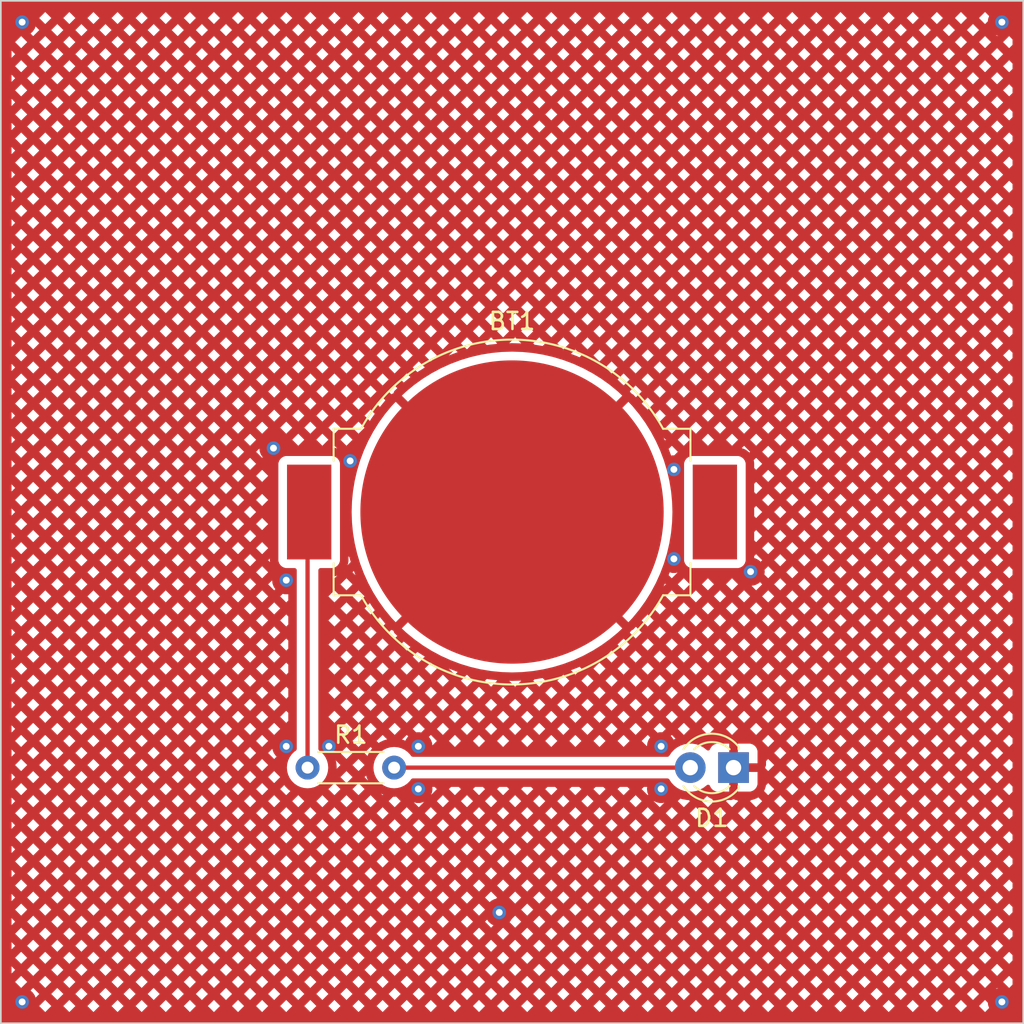
<source format=kicad_pcb>
(kicad_pcb (version 20230620) (generator pcbnew)
  (layers (0 "F.Cu" signal) (31 "B.Cu" signal) (34 "B.Paste" user) (35 "F.Paste" user) (36 "B.SilkS" user "B.Silkscreen") (37 "F.SilkS" user "F.Silkscreen") (38 "B.Mask" user) (39 "F.Mask" user) (44 "Edge.Cuts" user))
  (net 0 "")
  (net 1 "Net-(D1-Pad2)")
  (net 2 "Net-(BT1-Pad1)")
  (net 3 "GND")
  (footprint "LED_THT:LED_D3.0mm" (layer "F.Cu") (at 163 115 180)
    (property "Reference" "D1" (at 1.27 -2.96 0) (layer "F.SilkS"))
    (property "Value" "LED")
    (fp_line (start -0.29 1.08) (end -0.29 1.236) (stroke (width 0.12)) (layer "F.SilkS"))
    (fp_line (start -0.29 -1.236) (end -0.29 -1.08) (stroke (width 0.12)) (layer "F.SilkS"))
    (fp_arc (start 2.942335 1.078608) (mid 1.366487 1.987659) (end -0.29 1.235516) (stroke (width 0.12)) (layer "F.SilkS"))
    (fp_arc (start 2.31113 1.079837) (mid 1.270117 1.5) (end 0.229039 1.08) (stroke (width 0.12)) (layer "F.SilkS"))
    (fp_arc (start 0.229039 -1.08) (mid 1.270117 -1.5) (end 2.31113 -1.079837) (stroke (width 0.12)) (layer "F.SilkS"))
    (fp_arc (start -0.29 -1.235516) (mid 1.366487 -1.987659) (end 2.942335 -1.078608) (stroke (width 0.12)) (layer "F.SilkS"))
    (pad "1" thru_hole rect (at 0 0 180) (size 1.8 1.8) (drill 0.9) (layers "*.Cu" "*.Mask") (net 3 "GND"))
    (pad "2" thru_hole circle (at 2.54 0 180) (size 1.8 1.8) (drill 0.9) (layers "*.Cu" "*.Mask") (net 1 "Net-(D1-Pad2)"))
  )
  (footprint "Resistor_THT:R_Axial_DIN0204_L3.6mm_D1.6mm_P5.08mm_Horizontal" (layer "F.Cu") (at 138 115)
    (property "Reference" "R1" (at 2.54 -1.92 0) (layer "F.SilkS"))
    (property "Value" "R")
    (fp_line (start 0.62 -0.92) (end 4.46 -0.92) (stroke (width 0.12)) (layer "F.SilkS"))
    (fp_line (start 0.62 0.92) (end 4.46 0.92) (stroke (width 0.12)) (layer "F.SilkS"))
    (pad "1" thru_hole circle (at 0 0) (size 1.4 1.4) (drill 0.7) (layers "*.Cu" "*.Mask") (net 2 "Net-(BT1-Pad1)"))
    (pad "2" thru_hole oval (at 5.08 0) (size 1.4 1.4) (drill 0.7) (layers "*.Cu" "*.Mask") (net 1 "Net-(D1-Pad2)"))
  )
  (footprint "Battery:BatteryHolder_MPD_BC2003_1x2032" (layer "F.Cu") (at 150 100)
    (property "Reference" "BT1" (at 0 -11.2 0) (layer "F.SilkS"))
    (property "Value" "Battery_Cell")
    (fp_line (start -10.47 -4.885) (end -8.86291 -4.885) (stroke (width 0.12)) (layer "F.SilkS"))
    (fp_line (start -10.47 -3) (end -10.47 -4.885) (stroke (width 0.12)) (layer "F.SilkS"))
    (fp_line (start -10.47 3) (end -10.47 4.885) (stroke (width 0.12)) (layer "F.SilkS"))
    (fp_line (start -10.47 4.885) (end -8.86291 4.885) (stroke (width 0.12)) (layer "F.SilkS"))
    (fp_line (start 10.47 -4.885) (end 8.86291 -4.885) (stroke (width 0.12)) (layer "F.SilkS"))
    (fp_line (start 10.47 -3) (end 10.47 -4.885) (stroke (width 0.12)) (layer "F.SilkS"))
    (fp_line (start 10.47 3) (end 10.47 4.885) (stroke (width 0.12)) (layer "F.SilkS"))
    (fp_line (start 10.47 4.885) (end 8.86291 4.885) (stroke (width 0.12)) (layer "F.SilkS"))
    (fp_arc (start -8.86291 -4.885) (mid 0 -10.12) (end 8.86291 -4.885) (stroke (width 0.12)) (layer "F.SilkS"))
    (fp_arc (start 8.865021 4.881168) (mid 0.002187 10.12) (end -8.86291 4.885) (stroke (width 0.12)) (layer "F.SilkS"))
    (pad "1" smd rect (at -11.905 0) (size 2.6 5.56) (layers "F.Cu" "F.Paste" "F.Mask") (net 2 "Net-(BT1-Pad1)"))
    (pad "1" smd rect (at 11.905 0) (size 2.6 5.56) (layers "F.Cu" "F.Paste" "F.Mask") (net 2 "Net-(BT1-Pad1)"))
    (pad "2" smd circle (at 0 0) (size 17.8 17.8) (layers "F.Cu" "F.Mask") (net 3 "GND"))
  )
  (gr_line (start 120 70) (end 180 70) (stroke (width 0.1)) (layer "Edge.Cuts"))
  (gr_line (start 180 70) (end 180 130) (stroke (width 0.1)) (layer "Edge.Cuts"))
  (gr_line (start 180 130) (end 120 130) (stroke (width 0.1)) (layer "Edge.Cuts"))
  (gr_line (start 120 130) (end 120 70) (stroke (width 0.1)) (layer "Edge.Cuts"))
  (segment (start 160.46 115) (end 143.08 115) (width 0.25) (layer "F.Cu") (net 1))
  (segment (start 138 100.095) (end 138.095 100) (width 0.25) (layer "F.Cu") (net 2))
  (segment (start 138 115) (end 138 100.095) (width 0.25) (layer "F.Cu") (net 2))
  (via (at 159.5 97.5) (size 0.8) (drill 0.4) (layers "F.Cu" "B.Cu") (net 3))
  (via (at 121.25 128.75) (size 0.8) (drill 0.4) (layers "F.Cu" "B.Cu") (net 3))
  (via (at 158.75 116.25) (size 0.8) (drill 0.4) (layers "F.Cu" "B.Cu") (net 3))
  (via (at 144.5 116.25) (size 0.8) (drill 0.4) (layers "F.Cu" "B.Cu") (net 3))
  (via (at 140.5 97) (size 0.8) (drill 0.4) (layers "F.Cu" "B.Cu") (net 3))
  (via (at 159.5 102.75) (size 0.8) (drill 0.4) (layers "F.Cu" "B.Cu") (net 3))
  (via (at 139.25 113.75) (size 0.8) (drill 0.4) (layers "F.Cu" "B.Cu") (net 3))
  (via (at 136 96.25) (size 0.8) (drill 0.4) (layers "F.Cu" "B.Cu") (net 3))
  (via (at 149.25 123.5) (size 0.8) (drill 0.4) (layers "F.Cu" "B.Cu") (net 3))
  (via (at 178.75 71.25) (size 0.8) (drill 0.4) (layers "F.Cu" "B.Cu") (net 3))
  (via (at 178.75 128.75) (size 0.8) (drill 0.4) (layers "F.Cu" "B.Cu") (net 3))
  (via (at 164 103.5) (size 0.8) (drill 0.4) (layers "F.Cu" "B.Cu") (net 3))
  (via (at 136.75 104) (size 0.8) (drill 0.4) (layers "F.Cu" "B.Cu") (net 3))
  (via (at 158.75 113.75) (size 0.8) (drill 0.4) (layers "F.Cu" "B.Cu") (net 3))
  (via (at 121.25 71.25) (size 0.8) (drill 0.4) (layers "F.Cu" "B.Cu") (net 3))
  (via (at 144.5 113.75) (size 0.8) (drill 0.4) (layers "F.Cu" "B.Cu") (net 3))
  (via (at 136.75 113.75) (size 0.8) (drill 0.4) (layers "F.Cu" "B.Cu") (net 3))
  (zone (net 3) (net_name "GND") (layer "F.Cu") (connect_pads (clearance 0.508)) (min_thickness 0.254) (fill yes (mode hatch) (thermal_gap 0.508) (thermal_bridge_width 0.508) (hatch_thickness 0.5) (hatch_gap 0.5) (hatch_orientation 45) (hatch_border_algorithm hatch_thickness) (hatch_min_hole_area 0.3))
    (polygon (pts (xy 180 130) (xy 120 130) (xy 120 70) (xy 180 70)))
  )
)
</source>
